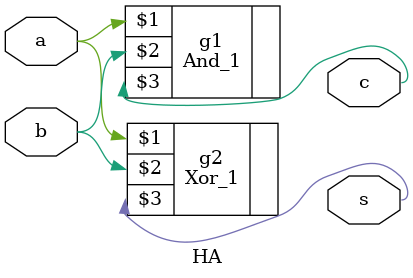
<source format=sv>
module HA(a,b,s,c);
input logic a, b;
output logic s, c;
And_1 g1(a, b, c);
Xor_1 g2(a, b, s);
endmodule

</source>
